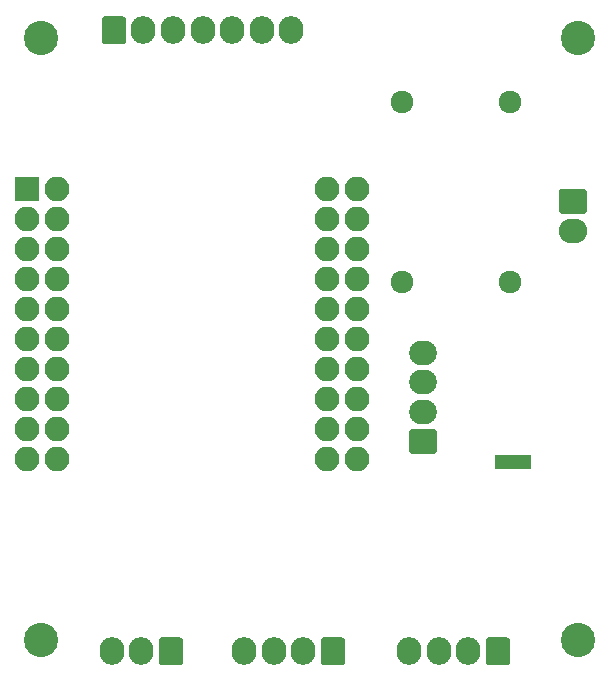
<source format=gbr>
G04 #@! TF.GenerationSoftware,KiCad,Pcbnew,5.0.0-fee4fd1~66~ubuntu16.04.1*
G04 #@! TF.CreationDate,2018-10-28T11:18:26+01:00*
G04 #@! TF.ProjectId,balancebot,62616C616E6365626F742E6B69636164,rev?*
G04 #@! TF.SameCoordinates,Original*
G04 #@! TF.FileFunction,Soldermask,Bot*
G04 #@! TF.FilePolarity,Negative*
%FSLAX46Y46*%
G04 Gerber Fmt 4.6, Leading zero omitted, Abs format (unit mm)*
G04 Created by KiCad (PCBNEW 5.0.0-fee4fd1~66~ubuntu16.04.1) date Sun Oct 28 11:18:26 2018*
%MOMM*%
%LPD*%
G01*
G04 APERTURE LIST*
%ADD10C,0.100000*%
%ADD11C,2.100000*%
%ADD12O,2.100000X2.350000*%
%ADD13O,2.400000X2.100000*%
%ADD14O,2.350000X2.100000*%
%ADD15R,1.300000X1.300000*%
%ADD16C,1.924000*%
%ADD17C,2.900000*%
%ADD18O,2.100000X2.100000*%
%ADD19R,2.100000X2.100000*%
G04 APERTURE END LIST*
D10*
G04 #@! TO.C,J1*
G36*
X157997447Y-105760487D02*
X158027425Y-105764934D01*
X158056824Y-105772298D01*
X158085358Y-105782508D01*
X158112755Y-105795465D01*
X158138750Y-105811046D01*
X158163092Y-105829100D01*
X158185548Y-105849452D01*
X158205900Y-105871908D01*
X158223954Y-105896250D01*
X158239535Y-105922245D01*
X158252492Y-105949642D01*
X158262702Y-105978176D01*
X158270066Y-106007575D01*
X158274513Y-106037553D01*
X158276000Y-106067823D01*
X158276000Y-107800177D01*
X158274513Y-107830447D01*
X158270066Y-107860425D01*
X158262702Y-107889824D01*
X158252492Y-107918358D01*
X158239535Y-107945755D01*
X158223954Y-107971750D01*
X158205900Y-107996092D01*
X158185548Y-108018548D01*
X158163092Y-108038900D01*
X158138750Y-108056954D01*
X158112755Y-108072535D01*
X158085358Y-108085492D01*
X158056824Y-108095702D01*
X158027425Y-108103066D01*
X157997447Y-108107513D01*
X157967177Y-108109000D01*
X156484823Y-108109000D01*
X156454553Y-108107513D01*
X156424575Y-108103066D01*
X156395176Y-108095702D01*
X156366642Y-108085492D01*
X156339245Y-108072535D01*
X156313250Y-108056954D01*
X156288908Y-108038900D01*
X156266452Y-108018548D01*
X156246100Y-107996092D01*
X156228046Y-107971750D01*
X156212465Y-107945755D01*
X156199508Y-107918358D01*
X156189298Y-107889824D01*
X156181934Y-107860425D01*
X156177487Y-107830447D01*
X156176000Y-107800177D01*
X156176000Y-106067823D01*
X156177487Y-106037553D01*
X156181934Y-106007575D01*
X156189298Y-105978176D01*
X156199508Y-105949642D01*
X156212465Y-105922245D01*
X156228046Y-105896250D01*
X156246100Y-105871908D01*
X156266452Y-105849452D01*
X156288908Y-105829100D01*
X156313250Y-105811046D01*
X156339245Y-105795465D01*
X156366642Y-105782508D01*
X156395176Y-105772298D01*
X156424575Y-105764934D01*
X156454553Y-105760487D01*
X156484823Y-105759000D01*
X157967177Y-105759000D01*
X157997447Y-105760487D01*
X157997447Y-105760487D01*
G37*
D11*
X157226000Y-106934000D03*
D12*
X154726000Y-106934000D03*
X152226000Y-106934000D03*
X149726000Y-106934000D03*
G04 #@! TD*
D10*
G04 #@! TO.C,J2*
G36*
X164497447Y-67785487D02*
X164527425Y-67789934D01*
X164556824Y-67797298D01*
X164585358Y-67807508D01*
X164612755Y-67820465D01*
X164638750Y-67836046D01*
X164663092Y-67854100D01*
X164685548Y-67874452D01*
X164705900Y-67896908D01*
X164723954Y-67921250D01*
X164739535Y-67947245D01*
X164752492Y-67974642D01*
X164762702Y-68003176D01*
X164770066Y-68032575D01*
X164774513Y-68062553D01*
X164776000Y-68092823D01*
X164776000Y-69575177D01*
X164774513Y-69605447D01*
X164770066Y-69635425D01*
X164762702Y-69664824D01*
X164752492Y-69693358D01*
X164739535Y-69720755D01*
X164723954Y-69746750D01*
X164705900Y-69771092D01*
X164685548Y-69793548D01*
X164663092Y-69813900D01*
X164638750Y-69831954D01*
X164612755Y-69847535D01*
X164585358Y-69860492D01*
X164556824Y-69870702D01*
X164527425Y-69878066D01*
X164497447Y-69882513D01*
X164467177Y-69884000D01*
X162684823Y-69884000D01*
X162654553Y-69882513D01*
X162624575Y-69878066D01*
X162595176Y-69870702D01*
X162566642Y-69860492D01*
X162539245Y-69847535D01*
X162513250Y-69831954D01*
X162488908Y-69813900D01*
X162466452Y-69793548D01*
X162446100Y-69771092D01*
X162428046Y-69746750D01*
X162412465Y-69720755D01*
X162399508Y-69693358D01*
X162389298Y-69664824D01*
X162381934Y-69635425D01*
X162377487Y-69605447D01*
X162376000Y-69575177D01*
X162376000Y-68092823D01*
X162377487Y-68062553D01*
X162381934Y-68032575D01*
X162389298Y-68003176D01*
X162399508Y-67974642D01*
X162412465Y-67947245D01*
X162428046Y-67921250D01*
X162446100Y-67896908D01*
X162466452Y-67874452D01*
X162488908Y-67854100D01*
X162513250Y-67836046D01*
X162539245Y-67820465D01*
X162566642Y-67807508D01*
X162595176Y-67797298D01*
X162624575Y-67789934D01*
X162654553Y-67785487D01*
X162684823Y-67784000D01*
X164467177Y-67784000D01*
X164497447Y-67785487D01*
X164497447Y-67785487D01*
G37*
D11*
X163576000Y-68834000D03*
D13*
X163576000Y-71334000D03*
G04 #@! TD*
D10*
G04 #@! TO.C,J3*
G36*
X130311447Y-105760487D02*
X130341425Y-105764934D01*
X130370824Y-105772298D01*
X130399358Y-105782508D01*
X130426755Y-105795465D01*
X130452750Y-105811046D01*
X130477092Y-105829100D01*
X130499548Y-105849452D01*
X130519900Y-105871908D01*
X130537954Y-105896250D01*
X130553535Y-105922245D01*
X130566492Y-105949642D01*
X130576702Y-105978176D01*
X130584066Y-106007575D01*
X130588513Y-106037553D01*
X130590000Y-106067823D01*
X130590000Y-107800177D01*
X130588513Y-107830447D01*
X130584066Y-107860425D01*
X130576702Y-107889824D01*
X130566492Y-107918358D01*
X130553535Y-107945755D01*
X130537954Y-107971750D01*
X130519900Y-107996092D01*
X130499548Y-108018548D01*
X130477092Y-108038900D01*
X130452750Y-108056954D01*
X130426755Y-108072535D01*
X130399358Y-108085492D01*
X130370824Y-108095702D01*
X130341425Y-108103066D01*
X130311447Y-108107513D01*
X130281177Y-108109000D01*
X128798823Y-108109000D01*
X128768553Y-108107513D01*
X128738575Y-108103066D01*
X128709176Y-108095702D01*
X128680642Y-108085492D01*
X128653245Y-108072535D01*
X128627250Y-108056954D01*
X128602908Y-108038900D01*
X128580452Y-108018548D01*
X128560100Y-107996092D01*
X128542046Y-107971750D01*
X128526465Y-107945755D01*
X128513508Y-107918358D01*
X128503298Y-107889824D01*
X128495934Y-107860425D01*
X128491487Y-107830447D01*
X128490000Y-107800177D01*
X128490000Y-106067823D01*
X128491487Y-106037553D01*
X128495934Y-106007575D01*
X128503298Y-105978176D01*
X128513508Y-105949642D01*
X128526465Y-105922245D01*
X128542046Y-105896250D01*
X128560100Y-105871908D01*
X128580452Y-105849452D01*
X128602908Y-105829100D01*
X128627250Y-105811046D01*
X128653245Y-105795465D01*
X128680642Y-105782508D01*
X128709176Y-105772298D01*
X128738575Y-105764934D01*
X128768553Y-105760487D01*
X128798823Y-105759000D01*
X130281177Y-105759000D01*
X130311447Y-105760487D01*
X130311447Y-105760487D01*
G37*
D11*
X129540000Y-106934000D03*
D12*
X127040000Y-106934000D03*
X124540000Y-106934000D03*
G04 #@! TD*
G04 #@! TO.C,J4*
X135756000Y-106934000D03*
X138256000Y-106934000D03*
X140756000Y-106934000D03*
D10*
G36*
X144027447Y-105760487D02*
X144057425Y-105764934D01*
X144086824Y-105772298D01*
X144115358Y-105782508D01*
X144142755Y-105795465D01*
X144168750Y-105811046D01*
X144193092Y-105829100D01*
X144215548Y-105849452D01*
X144235900Y-105871908D01*
X144253954Y-105896250D01*
X144269535Y-105922245D01*
X144282492Y-105949642D01*
X144292702Y-105978176D01*
X144300066Y-106007575D01*
X144304513Y-106037553D01*
X144306000Y-106067823D01*
X144306000Y-107800177D01*
X144304513Y-107830447D01*
X144300066Y-107860425D01*
X144292702Y-107889824D01*
X144282492Y-107918358D01*
X144269535Y-107945755D01*
X144253954Y-107971750D01*
X144235900Y-107996092D01*
X144215548Y-108018548D01*
X144193092Y-108038900D01*
X144168750Y-108056954D01*
X144142755Y-108072535D01*
X144115358Y-108085492D01*
X144086824Y-108095702D01*
X144057425Y-108103066D01*
X144027447Y-108107513D01*
X143997177Y-108109000D01*
X142514823Y-108109000D01*
X142484553Y-108107513D01*
X142454575Y-108103066D01*
X142425176Y-108095702D01*
X142396642Y-108085492D01*
X142369245Y-108072535D01*
X142343250Y-108056954D01*
X142318908Y-108038900D01*
X142296452Y-108018548D01*
X142276100Y-107996092D01*
X142258046Y-107971750D01*
X142242465Y-107945755D01*
X142229508Y-107918358D01*
X142219298Y-107889824D01*
X142211934Y-107860425D01*
X142207487Y-107830447D01*
X142206000Y-107800177D01*
X142206000Y-106067823D01*
X142207487Y-106037553D01*
X142211934Y-106007575D01*
X142219298Y-105978176D01*
X142229508Y-105949642D01*
X142242465Y-105922245D01*
X142258046Y-105896250D01*
X142276100Y-105871908D01*
X142296452Y-105849452D01*
X142318908Y-105829100D01*
X142343250Y-105811046D01*
X142369245Y-105795465D01*
X142396642Y-105782508D01*
X142425176Y-105772298D01*
X142454575Y-105764934D01*
X142484553Y-105760487D01*
X142514823Y-105759000D01*
X143997177Y-105759000D01*
X144027447Y-105760487D01*
X144027447Y-105760487D01*
G37*
D11*
X143256000Y-106934000D03*
G04 #@! TD*
D10*
G04 #@! TO.C,J5*
G36*
X151772447Y-88105487D02*
X151802425Y-88109934D01*
X151831824Y-88117298D01*
X151860358Y-88127508D01*
X151887755Y-88140465D01*
X151913750Y-88156046D01*
X151938092Y-88174100D01*
X151960548Y-88194452D01*
X151980900Y-88216908D01*
X151998954Y-88241250D01*
X152014535Y-88267245D01*
X152027492Y-88294642D01*
X152037702Y-88323176D01*
X152045066Y-88352575D01*
X152049513Y-88382553D01*
X152051000Y-88412823D01*
X152051000Y-89895177D01*
X152049513Y-89925447D01*
X152045066Y-89955425D01*
X152037702Y-89984824D01*
X152027492Y-90013358D01*
X152014535Y-90040755D01*
X151998954Y-90066750D01*
X151980900Y-90091092D01*
X151960548Y-90113548D01*
X151938092Y-90133900D01*
X151913750Y-90151954D01*
X151887755Y-90167535D01*
X151860358Y-90180492D01*
X151831824Y-90190702D01*
X151802425Y-90198066D01*
X151772447Y-90202513D01*
X151742177Y-90204000D01*
X150009823Y-90204000D01*
X149979553Y-90202513D01*
X149949575Y-90198066D01*
X149920176Y-90190702D01*
X149891642Y-90180492D01*
X149864245Y-90167535D01*
X149838250Y-90151954D01*
X149813908Y-90133900D01*
X149791452Y-90113548D01*
X149771100Y-90091092D01*
X149753046Y-90066750D01*
X149737465Y-90040755D01*
X149724508Y-90013358D01*
X149714298Y-89984824D01*
X149706934Y-89955425D01*
X149702487Y-89925447D01*
X149701000Y-89895177D01*
X149701000Y-88412823D01*
X149702487Y-88382553D01*
X149706934Y-88352575D01*
X149714298Y-88323176D01*
X149724508Y-88294642D01*
X149737465Y-88267245D01*
X149753046Y-88241250D01*
X149771100Y-88216908D01*
X149791452Y-88194452D01*
X149813908Y-88174100D01*
X149838250Y-88156046D01*
X149864245Y-88140465D01*
X149891642Y-88127508D01*
X149920176Y-88117298D01*
X149949575Y-88109934D01*
X149979553Y-88105487D01*
X150009823Y-88104000D01*
X151742177Y-88104000D01*
X151772447Y-88105487D01*
X151772447Y-88105487D01*
G37*
D11*
X150876000Y-89154000D03*
D14*
X150876000Y-86654000D03*
X150876000Y-84154000D03*
X150876000Y-81654000D03*
G04 #@! TD*
D10*
G04 #@! TO.C,J6*
G36*
X125485447Y-53182487D02*
X125515425Y-53186934D01*
X125544824Y-53194298D01*
X125573358Y-53204508D01*
X125600755Y-53217465D01*
X125626750Y-53233046D01*
X125651092Y-53251100D01*
X125673548Y-53271452D01*
X125693900Y-53293908D01*
X125711954Y-53318250D01*
X125727535Y-53344245D01*
X125740492Y-53371642D01*
X125750702Y-53400176D01*
X125758066Y-53429575D01*
X125762513Y-53459553D01*
X125764000Y-53489823D01*
X125764000Y-55222177D01*
X125762513Y-55252447D01*
X125758066Y-55282425D01*
X125750702Y-55311824D01*
X125740492Y-55340358D01*
X125727535Y-55367755D01*
X125711954Y-55393750D01*
X125693900Y-55418092D01*
X125673548Y-55440548D01*
X125651092Y-55460900D01*
X125626750Y-55478954D01*
X125600755Y-55494535D01*
X125573358Y-55507492D01*
X125544824Y-55517702D01*
X125515425Y-55525066D01*
X125485447Y-55529513D01*
X125455177Y-55531000D01*
X123972823Y-55531000D01*
X123942553Y-55529513D01*
X123912575Y-55525066D01*
X123883176Y-55517702D01*
X123854642Y-55507492D01*
X123827245Y-55494535D01*
X123801250Y-55478954D01*
X123776908Y-55460900D01*
X123754452Y-55440548D01*
X123734100Y-55418092D01*
X123716046Y-55393750D01*
X123700465Y-55367755D01*
X123687508Y-55340358D01*
X123677298Y-55311824D01*
X123669934Y-55282425D01*
X123665487Y-55252447D01*
X123664000Y-55222177D01*
X123664000Y-53489823D01*
X123665487Y-53459553D01*
X123669934Y-53429575D01*
X123677298Y-53400176D01*
X123687508Y-53371642D01*
X123700465Y-53344245D01*
X123716046Y-53318250D01*
X123734100Y-53293908D01*
X123754452Y-53271452D01*
X123776908Y-53251100D01*
X123801250Y-53233046D01*
X123827245Y-53217465D01*
X123854642Y-53204508D01*
X123883176Y-53194298D01*
X123912575Y-53186934D01*
X123942553Y-53182487D01*
X123972823Y-53181000D01*
X125455177Y-53181000D01*
X125485447Y-53182487D01*
X125485447Y-53182487D01*
G37*
D11*
X124714000Y-54356000D03*
D12*
X127214000Y-54356000D03*
X129714000Y-54356000D03*
X132214000Y-54356000D03*
X134714000Y-54356000D03*
X137214000Y-54356000D03*
X139714000Y-54356000D03*
G04 #@! TD*
D15*
G04 #@! TO.C,U2*
X159396000Y-90932000D03*
X158496000Y-90932000D03*
X157596000Y-90932000D03*
G04 #@! TD*
D16*
G04 #@! TO.C,U4*
X149098000Y-75692000D03*
X149098000Y-60452000D03*
X158242000Y-60452000D03*
X158242000Y-75692000D03*
G04 #@! TD*
D17*
G04 #@! TO.C,REF\002A\002A*
X118500000Y-106000000D03*
G04 #@! TD*
G04 #@! TO.C,REF\002A\002A*
X164000000Y-106000000D03*
G04 #@! TD*
G04 #@! TO.C,REF\002A\002A*
X164000000Y-55000000D03*
G04 #@! TD*
G04 #@! TO.C,REF\002A\002A*
X118500000Y-55000000D03*
G04 #@! TD*
D18*
G04 #@! TO.C,U3*
X145288000Y-90678000D03*
X142748000Y-90678000D03*
X145288000Y-88138000D03*
X142748000Y-88138000D03*
X145288000Y-85598000D03*
X142748000Y-85598000D03*
X145288000Y-83058000D03*
X142748000Y-83058000D03*
X145288000Y-80518000D03*
X142748000Y-80518000D03*
X145288000Y-77978000D03*
X142748000Y-77978000D03*
X145288000Y-75438000D03*
X142748000Y-75438000D03*
X145288000Y-72898000D03*
X142748000Y-72898000D03*
X145288000Y-70358000D03*
X142748000Y-70358000D03*
X145288000Y-67818000D03*
X142748000Y-67818000D03*
X119888000Y-90678000D03*
X117348000Y-90678000D03*
X119888000Y-88138000D03*
X117348000Y-88138000D03*
X119888000Y-85598000D03*
X117348000Y-85598000D03*
X119888000Y-83058000D03*
X117348000Y-83058000D03*
X119888000Y-80518000D03*
X117348000Y-80518000D03*
X119888000Y-77978000D03*
X117348000Y-77978000D03*
X119888000Y-75438000D03*
X117348000Y-75438000D03*
X119888000Y-72898000D03*
X117348000Y-72898000D03*
X119888000Y-70358000D03*
X117348000Y-70358000D03*
X119888000Y-67818000D03*
D19*
X117348000Y-67818000D03*
G04 #@! TD*
M02*

</source>
